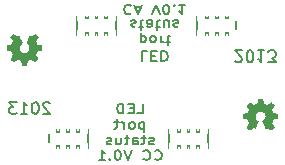
<source format=gbo>
G04 (created by PCBNEW (2013-07-03 BZR 4236)-testing) date Thu 04 Jul 2013 10:30:45 AM CEST*
%MOIN*%
G04 Gerber Fmt 3.4, Leading zero omitted, Abs format*
%FSLAX34Y34*%
G01*
G70*
G90*
G04 APERTURE LIST*
%ADD10C,0.005906*%
%ADD11C,0.007874*%
%ADD12C,0.000100*%
%ADD13R,0.025591X0.039370*%
%ADD14R,0.019685X0.039370*%
%ADD15R,0.064961X0.064961*%
%ADD16C,0.064961*%
%ADD17C,0.019685*%
%ADD18C,0.010000*%
G04 APERTURE END LIST*
G54D10*
G54D11*
X39075Y-32438D02*
X39093Y-32456D01*
X39131Y-32475D01*
X39225Y-32475D01*
X39262Y-32456D01*
X39281Y-32438D01*
X39300Y-32400D01*
X39300Y-32363D01*
X39281Y-32306D01*
X39056Y-32081D01*
X39300Y-32081D01*
X39543Y-32475D02*
X39581Y-32475D01*
X39618Y-32456D01*
X39637Y-32438D01*
X39656Y-32400D01*
X39675Y-32325D01*
X39675Y-32231D01*
X39656Y-32156D01*
X39637Y-32119D01*
X39618Y-32100D01*
X39581Y-32081D01*
X39543Y-32081D01*
X39506Y-32100D01*
X39487Y-32119D01*
X39468Y-32156D01*
X39450Y-32231D01*
X39450Y-32325D01*
X39468Y-32400D01*
X39487Y-32438D01*
X39506Y-32456D01*
X39543Y-32475D01*
X40049Y-32081D02*
X39824Y-32081D01*
X39937Y-32081D02*
X39937Y-32475D01*
X39899Y-32419D01*
X39862Y-32381D01*
X39824Y-32363D01*
X40181Y-32475D02*
X40424Y-32475D01*
X40293Y-32325D01*
X40349Y-32325D01*
X40387Y-32306D01*
X40406Y-32288D01*
X40424Y-32250D01*
X40424Y-32156D01*
X40406Y-32119D01*
X40387Y-32100D01*
X40349Y-32081D01*
X40237Y-32081D01*
X40199Y-32100D01*
X40181Y-32119D01*
X36149Y-32117D02*
X35971Y-32117D01*
X35971Y-32432D01*
X36274Y-32282D02*
X36398Y-32282D01*
X36452Y-32117D02*
X36274Y-32117D01*
X36274Y-32432D01*
X36452Y-32432D01*
X36612Y-32117D02*
X36612Y-32432D01*
X36701Y-32432D01*
X36755Y-32417D01*
X36790Y-32387D01*
X36808Y-32357D01*
X36826Y-32297D01*
X36826Y-32252D01*
X36808Y-32192D01*
X36790Y-32162D01*
X36755Y-32132D01*
X36701Y-32117D01*
X36612Y-32117D01*
X35918Y-31807D02*
X35918Y-31492D01*
X35918Y-31792D02*
X35953Y-31807D01*
X36024Y-31807D01*
X36060Y-31792D01*
X36078Y-31777D01*
X36096Y-31747D01*
X36096Y-31657D01*
X36078Y-31627D01*
X36060Y-31612D01*
X36024Y-31597D01*
X35953Y-31597D01*
X35918Y-31612D01*
X36309Y-31597D02*
X36274Y-31612D01*
X36256Y-31627D01*
X36238Y-31657D01*
X36238Y-31747D01*
X36256Y-31777D01*
X36274Y-31792D01*
X36309Y-31807D01*
X36363Y-31807D01*
X36398Y-31792D01*
X36416Y-31777D01*
X36434Y-31747D01*
X36434Y-31657D01*
X36416Y-31627D01*
X36398Y-31612D01*
X36363Y-31597D01*
X36309Y-31597D01*
X36594Y-31597D02*
X36594Y-31807D01*
X36594Y-31747D02*
X36612Y-31777D01*
X36630Y-31792D01*
X36666Y-31807D01*
X36701Y-31807D01*
X36772Y-31807D02*
X36915Y-31807D01*
X36826Y-31912D02*
X36826Y-31642D01*
X36844Y-31612D01*
X36879Y-31597D01*
X36915Y-31597D01*
X35606Y-31093D02*
X35641Y-31078D01*
X35713Y-31078D01*
X35748Y-31093D01*
X35766Y-31123D01*
X35766Y-31138D01*
X35748Y-31168D01*
X35713Y-31183D01*
X35659Y-31183D01*
X35624Y-31198D01*
X35606Y-31228D01*
X35606Y-31243D01*
X35624Y-31273D01*
X35659Y-31288D01*
X35713Y-31288D01*
X35748Y-31273D01*
X35873Y-31288D02*
X36015Y-31288D01*
X35926Y-31393D02*
X35926Y-31123D01*
X35944Y-31093D01*
X35980Y-31078D01*
X36015Y-31078D01*
X36300Y-31078D02*
X36300Y-31243D01*
X36283Y-31273D01*
X36247Y-31288D01*
X36176Y-31288D01*
X36140Y-31273D01*
X36300Y-31093D02*
X36265Y-31078D01*
X36176Y-31078D01*
X36140Y-31093D01*
X36122Y-31123D01*
X36122Y-31153D01*
X36140Y-31183D01*
X36176Y-31198D01*
X36265Y-31198D01*
X36300Y-31213D01*
X36425Y-31288D02*
X36568Y-31288D01*
X36479Y-31393D02*
X36479Y-31123D01*
X36496Y-31093D01*
X36532Y-31078D01*
X36568Y-31078D01*
X36853Y-31288D02*
X36853Y-31078D01*
X36692Y-31288D02*
X36692Y-31123D01*
X36710Y-31093D01*
X36746Y-31078D01*
X36799Y-31078D01*
X36835Y-31093D01*
X36853Y-31108D01*
X37013Y-31093D02*
X37048Y-31078D01*
X37120Y-31078D01*
X37155Y-31093D01*
X37173Y-31123D01*
X37173Y-31138D01*
X37155Y-31168D01*
X37120Y-31183D01*
X37066Y-31183D01*
X37031Y-31198D01*
X37013Y-31228D01*
X37013Y-31243D01*
X37031Y-31273D01*
X37066Y-31288D01*
X37120Y-31288D01*
X37155Y-31273D01*
X35597Y-30588D02*
X35579Y-30573D01*
X35526Y-30558D01*
X35490Y-30558D01*
X35437Y-30573D01*
X35401Y-30603D01*
X35383Y-30633D01*
X35365Y-30693D01*
X35365Y-30738D01*
X35383Y-30798D01*
X35401Y-30828D01*
X35437Y-30858D01*
X35490Y-30873D01*
X35526Y-30873D01*
X35579Y-30858D01*
X35597Y-30843D01*
X35739Y-30648D02*
X35918Y-30648D01*
X35704Y-30558D02*
X35828Y-30873D01*
X35953Y-30558D01*
X36309Y-30873D02*
X36434Y-30558D01*
X36559Y-30873D01*
X36755Y-30873D02*
X36790Y-30873D01*
X36826Y-30858D01*
X36844Y-30843D01*
X36861Y-30813D01*
X36879Y-30753D01*
X36879Y-30678D01*
X36861Y-30618D01*
X36844Y-30588D01*
X36826Y-30573D01*
X36790Y-30558D01*
X36755Y-30558D01*
X36719Y-30573D01*
X36701Y-30588D01*
X36683Y-30618D01*
X36666Y-30678D01*
X36666Y-30753D01*
X36683Y-30813D01*
X36701Y-30843D01*
X36719Y-30858D01*
X36755Y-30873D01*
X37040Y-30588D02*
X37057Y-30573D01*
X37040Y-30558D01*
X37022Y-30573D01*
X37040Y-30588D01*
X37040Y-30558D01*
X37414Y-30558D02*
X37200Y-30558D01*
X37307Y-30558D02*
X37307Y-30873D01*
X37271Y-30828D01*
X37235Y-30798D01*
X37200Y-30783D01*
X32894Y-33841D02*
X32876Y-33823D01*
X32838Y-33804D01*
X32744Y-33804D01*
X32707Y-33823D01*
X32688Y-33841D01*
X32669Y-33879D01*
X32669Y-33916D01*
X32688Y-33973D01*
X32913Y-34198D01*
X32669Y-34198D01*
X32426Y-33804D02*
X32388Y-33804D01*
X32351Y-33823D01*
X32332Y-33841D01*
X32313Y-33879D01*
X32294Y-33954D01*
X32294Y-34048D01*
X32313Y-34123D01*
X32332Y-34160D01*
X32351Y-34179D01*
X32388Y-34198D01*
X32426Y-34198D01*
X32463Y-34179D01*
X32482Y-34160D01*
X32501Y-34123D01*
X32519Y-34048D01*
X32519Y-33954D01*
X32501Y-33879D01*
X32482Y-33841D01*
X32463Y-33823D01*
X32426Y-33804D01*
X31920Y-34198D02*
X32145Y-34198D01*
X32032Y-34198D02*
X32032Y-33804D01*
X32070Y-33860D01*
X32107Y-33898D01*
X32145Y-33916D01*
X31788Y-33804D02*
X31545Y-33804D01*
X31676Y-33954D01*
X31620Y-33954D01*
X31582Y-33973D01*
X31563Y-33991D01*
X31545Y-34029D01*
X31545Y-34123D01*
X31563Y-34160D01*
X31582Y-34179D01*
X31620Y-34198D01*
X31732Y-34198D01*
X31770Y-34179D01*
X31788Y-34160D01*
X35810Y-34172D02*
X35988Y-34172D01*
X35988Y-33857D01*
X35685Y-34007D02*
X35561Y-34007D01*
X35507Y-34172D02*
X35685Y-34172D01*
X35685Y-33857D01*
X35507Y-33857D01*
X35347Y-34172D02*
X35347Y-33857D01*
X35258Y-33857D01*
X35204Y-33872D01*
X35169Y-33902D01*
X35151Y-33932D01*
X35133Y-33992D01*
X35133Y-34037D01*
X35151Y-34097D01*
X35169Y-34127D01*
X35204Y-34157D01*
X35258Y-34172D01*
X35347Y-34172D01*
X36041Y-34482D02*
X36041Y-34797D01*
X36041Y-34497D02*
X36006Y-34482D01*
X35935Y-34482D01*
X35899Y-34497D01*
X35881Y-34512D01*
X35863Y-34542D01*
X35863Y-34632D01*
X35881Y-34662D01*
X35899Y-34677D01*
X35935Y-34692D01*
X36006Y-34692D01*
X36041Y-34677D01*
X35650Y-34692D02*
X35685Y-34677D01*
X35703Y-34662D01*
X35721Y-34632D01*
X35721Y-34542D01*
X35703Y-34512D01*
X35685Y-34497D01*
X35650Y-34482D01*
X35596Y-34482D01*
X35561Y-34497D01*
X35543Y-34512D01*
X35525Y-34542D01*
X35525Y-34632D01*
X35543Y-34662D01*
X35561Y-34677D01*
X35596Y-34692D01*
X35650Y-34692D01*
X35365Y-34692D02*
X35365Y-34482D01*
X35365Y-34542D02*
X35347Y-34512D01*
X35329Y-34497D01*
X35293Y-34482D01*
X35258Y-34482D01*
X35187Y-34482D02*
X35044Y-34482D01*
X35133Y-34377D02*
X35133Y-34647D01*
X35115Y-34677D01*
X35080Y-34692D01*
X35044Y-34692D01*
X36353Y-35196D02*
X36318Y-35211D01*
X36246Y-35211D01*
X36211Y-35196D01*
X36193Y-35166D01*
X36193Y-35151D01*
X36211Y-35121D01*
X36246Y-35106D01*
X36300Y-35106D01*
X36335Y-35091D01*
X36353Y-35061D01*
X36353Y-35046D01*
X36335Y-35016D01*
X36300Y-35001D01*
X36246Y-35001D01*
X36211Y-35016D01*
X36086Y-35001D02*
X35944Y-35001D01*
X36033Y-34896D02*
X36033Y-35166D01*
X36015Y-35196D01*
X35979Y-35211D01*
X35944Y-35211D01*
X35659Y-35211D02*
X35659Y-35046D01*
X35676Y-35016D01*
X35712Y-35001D01*
X35783Y-35001D01*
X35819Y-35016D01*
X35659Y-35196D02*
X35694Y-35211D01*
X35783Y-35211D01*
X35819Y-35196D01*
X35837Y-35166D01*
X35837Y-35136D01*
X35819Y-35106D01*
X35783Y-35091D01*
X35694Y-35091D01*
X35659Y-35076D01*
X35534Y-35001D02*
X35391Y-35001D01*
X35480Y-34896D02*
X35480Y-35166D01*
X35463Y-35196D01*
X35427Y-35211D01*
X35391Y-35211D01*
X35106Y-35001D02*
X35106Y-35211D01*
X35267Y-35001D02*
X35267Y-35166D01*
X35249Y-35196D01*
X35213Y-35211D01*
X35160Y-35211D01*
X35124Y-35196D01*
X35106Y-35181D01*
X34946Y-35196D02*
X34911Y-35211D01*
X34839Y-35211D01*
X34804Y-35196D01*
X34786Y-35166D01*
X34786Y-35151D01*
X34804Y-35121D01*
X34839Y-35106D01*
X34893Y-35106D01*
X34928Y-35091D01*
X34946Y-35061D01*
X34946Y-35046D01*
X34928Y-35016D01*
X34893Y-35001D01*
X34839Y-35001D01*
X34804Y-35016D01*
X36389Y-35701D02*
X36407Y-35716D01*
X36460Y-35731D01*
X36496Y-35731D01*
X36549Y-35716D01*
X36585Y-35686D01*
X36602Y-35656D01*
X36620Y-35596D01*
X36620Y-35551D01*
X36602Y-35491D01*
X36585Y-35461D01*
X36549Y-35431D01*
X36496Y-35416D01*
X36460Y-35416D01*
X36407Y-35431D01*
X36389Y-35446D01*
X36015Y-35701D02*
X36033Y-35716D01*
X36086Y-35731D01*
X36122Y-35731D01*
X36175Y-35716D01*
X36211Y-35686D01*
X36228Y-35656D01*
X36246Y-35596D01*
X36246Y-35551D01*
X36228Y-35491D01*
X36211Y-35461D01*
X36175Y-35431D01*
X36122Y-35416D01*
X36086Y-35416D01*
X36033Y-35431D01*
X36015Y-35446D01*
X35623Y-35416D02*
X35498Y-35731D01*
X35374Y-35416D01*
X35178Y-35416D02*
X35142Y-35416D01*
X35106Y-35431D01*
X35089Y-35446D01*
X35071Y-35476D01*
X35053Y-35536D01*
X35053Y-35611D01*
X35071Y-35671D01*
X35089Y-35701D01*
X35106Y-35716D01*
X35142Y-35731D01*
X35178Y-35731D01*
X35213Y-35716D01*
X35231Y-35701D01*
X35249Y-35671D01*
X35267Y-35611D01*
X35267Y-35536D01*
X35249Y-35476D01*
X35231Y-35446D01*
X35213Y-35431D01*
X35178Y-35416D01*
X34893Y-35701D02*
X34875Y-35716D01*
X34893Y-35731D01*
X34911Y-35716D01*
X34893Y-35701D01*
X34893Y-35731D01*
X34519Y-35731D02*
X34732Y-35731D01*
X34626Y-35731D02*
X34626Y-35416D01*
X34661Y-35461D01*
X34697Y-35491D01*
X34732Y-35506D01*
G54D10*
X38859Y-30939D02*
X39115Y-30939D01*
X38525Y-30939D02*
X38721Y-30939D01*
X38210Y-30939D02*
X38407Y-30939D01*
X37816Y-30939D02*
X38072Y-30939D01*
X38859Y-31569D02*
X39115Y-31569D01*
X38525Y-31569D02*
X38721Y-31569D01*
X38210Y-31569D02*
X38407Y-31569D01*
X37816Y-31569D02*
X38072Y-31569D01*
X38721Y-30939D02*
X38721Y-31018D01*
X38721Y-31018D02*
X38859Y-31018D01*
X38859Y-31018D02*
X38859Y-30939D01*
X38407Y-30939D02*
X38407Y-31018D01*
X38407Y-31018D02*
X38525Y-31018D01*
X38525Y-31018D02*
X38525Y-30939D01*
X38072Y-30939D02*
X38072Y-31018D01*
X38072Y-31018D02*
X38210Y-31018D01*
X38210Y-31018D02*
X38210Y-30939D01*
X38721Y-31569D02*
X38721Y-31490D01*
X38721Y-31490D02*
X38859Y-31490D01*
X38859Y-31490D02*
X38859Y-31569D01*
X38407Y-31569D02*
X38407Y-31490D01*
X38407Y-31490D02*
X38525Y-31490D01*
X38525Y-31490D02*
X38525Y-31569D01*
X38072Y-31569D02*
X38072Y-31490D01*
X38072Y-31490D02*
X38210Y-31490D01*
X38210Y-31490D02*
X38210Y-31569D01*
X39115Y-31569D02*
X39115Y-30939D01*
X37816Y-30939D02*
X37816Y-31569D01*
X34844Y-30939D02*
X35099Y-30939D01*
X34509Y-30939D02*
X34706Y-30939D01*
X34194Y-30939D02*
X34391Y-30939D01*
X33800Y-30939D02*
X34056Y-30939D01*
X34844Y-31569D02*
X35099Y-31569D01*
X34509Y-31569D02*
X34706Y-31569D01*
X34194Y-31569D02*
X34391Y-31569D01*
X33800Y-31569D02*
X34056Y-31569D01*
X34706Y-30939D02*
X34706Y-31018D01*
X34706Y-31018D02*
X34844Y-31018D01*
X34844Y-31018D02*
X34844Y-30939D01*
X34391Y-30939D02*
X34391Y-31018D01*
X34391Y-31018D02*
X34509Y-31018D01*
X34509Y-31018D02*
X34509Y-30939D01*
X34056Y-30939D02*
X34056Y-31018D01*
X34056Y-31018D02*
X34194Y-31018D01*
X34194Y-31018D02*
X34194Y-30939D01*
X34706Y-31569D02*
X34706Y-31490D01*
X34706Y-31490D02*
X34844Y-31490D01*
X34844Y-31490D02*
X34844Y-31569D01*
X34391Y-31569D02*
X34391Y-31490D01*
X34391Y-31490D02*
X34509Y-31490D01*
X34509Y-31490D02*
X34509Y-31569D01*
X34056Y-31569D02*
X34056Y-31490D01*
X34056Y-31490D02*
X34194Y-31490D01*
X34194Y-31490D02*
X34194Y-31569D01*
X35099Y-31569D02*
X35099Y-30939D01*
X33800Y-30939D02*
X33800Y-31569D01*
G54D12*
G36*
X32408Y-31530D02*
X32401Y-31533D01*
X32388Y-31542D01*
X32368Y-31555D01*
X32345Y-31570D01*
X32321Y-31586D01*
X32302Y-31599D01*
X32288Y-31608D01*
X32283Y-31611D01*
X32280Y-31610D01*
X32269Y-31604D01*
X32253Y-31596D01*
X32243Y-31591D01*
X32228Y-31585D01*
X32221Y-31583D01*
X32220Y-31585D01*
X32214Y-31597D01*
X32206Y-31616D01*
X32195Y-31642D01*
X32182Y-31672D01*
X32168Y-31704D01*
X32155Y-31737D01*
X32142Y-31768D01*
X32130Y-31797D01*
X32121Y-31820D01*
X32115Y-31836D01*
X32112Y-31843D01*
X32113Y-31844D01*
X32120Y-31851D01*
X32133Y-31861D01*
X32161Y-31884D01*
X32189Y-31918D01*
X32206Y-31957D01*
X32211Y-32001D01*
X32207Y-32041D01*
X32191Y-32079D01*
X32164Y-32114D01*
X32131Y-32140D01*
X32093Y-32156D01*
X32050Y-32161D01*
X32009Y-32157D01*
X31970Y-32141D01*
X31935Y-32115D01*
X31920Y-32098D01*
X31900Y-32062D01*
X31888Y-32025D01*
X31887Y-32016D01*
X31889Y-31974D01*
X31901Y-31934D01*
X31923Y-31899D01*
X31953Y-31870D01*
X31957Y-31867D01*
X31971Y-31856D01*
X31981Y-31849D01*
X31988Y-31843D01*
X31935Y-31716D01*
X31927Y-31696D01*
X31912Y-31661D01*
X31900Y-31631D01*
X31889Y-31607D01*
X31882Y-31591D01*
X31879Y-31585D01*
X31879Y-31585D01*
X31874Y-31584D01*
X31865Y-31587D01*
X31847Y-31596D01*
X31835Y-31602D01*
X31822Y-31608D01*
X31816Y-31611D01*
X31810Y-31608D01*
X31797Y-31600D01*
X31779Y-31587D01*
X31756Y-31572D01*
X31734Y-31557D01*
X31714Y-31544D01*
X31700Y-31534D01*
X31693Y-31531D01*
X31692Y-31531D01*
X31685Y-31534D01*
X31674Y-31544D01*
X31657Y-31560D01*
X31632Y-31584D01*
X31628Y-31588D01*
X31608Y-31608D01*
X31592Y-31626D01*
X31581Y-31638D01*
X31577Y-31643D01*
X31577Y-31643D01*
X31581Y-31650D01*
X31590Y-31665D01*
X31603Y-31685D01*
X31619Y-31709D01*
X31661Y-31770D01*
X31638Y-31827D01*
X31631Y-31845D01*
X31622Y-31867D01*
X31615Y-31882D01*
X31612Y-31889D01*
X31605Y-31891D01*
X31590Y-31895D01*
X31567Y-31899D01*
X31539Y-31904D01*
X31513Y-31909D01*
X31490Y-31914D01*
X31473Y-31917D01*
X31465Y-31918D01*
X31463Y-31920D01*
X31462Y-31923D01*
X31461Y-31931D01*
X31460Y-31946D01*
X31460Y-31968D01*
X31460Y-32001D01*
X31460Y-32004D01*
X31460Y-32035D01*
X31461Y-32060D01*
X31462Y-32075D01*
X31463Y-32082D01*
X31463Y-32082D01*
X31470Y-32084D01*
X31487Y-32087D01*
X31510Y-32092D01*
X31538Y-32097D01*
X31540Y-32097D01*
X31568Y-32103D01*
X31591Y-32108D01*
X31608Y-32111D01*
X31615Y-32114D01*
X31616Y-32116D01*
X31622Y-32127D01*
X31630Y-32144D01*
X31639Y-32165D01*
X31648Y-32187D01*
X31656Y-32207D01*
X31661Y-32221D01*
X31663Y-32228D01*
X31663Y-32228D01*
X31659Y-32235D01*
X31649Y-32249D01*
X31635Y-32269D01*
X31619Y-32293D01*
X31618Y-32295D01*
X31602Y-32319D01*
X31589Y-32339D01*
X31580Y-32353D01*
X31577Y-32359D01*
X31577Y-32360D01*
X31582Y-32367D01*
X31594Y-32380D01*
X31612Y-32398D01*
X31632Y-32419D01*
X31639Y-32425D01*
X31662Y-32448D01*
X31678Y-32462D01*
X31688Y-32470D01*
X31692Y-32472D01*
X31693Y-32472D01*
X31700Y-32468D01*
X31715Y-32458D01*
X31735Y-32444D01*
X31759Y-32428D01*
X31760Y-32427D01*
X31784Y-32411D01*
X31804Y-32397D01*
X31818Y-32388D01*
X31824Y-32385D01*
X31825Y-32385D01*
X31834Y-32387D01*
X31851Y-32393D01*
X31872Y-32401D01*
X31894Y-32410D01*
X31914Y-32418D01*
X31928Y-32425D01*
X31935Y-32429D01*
X31936Y-32429D01*
X31938Y-32438D01*
X31942Y-32456D01*
X31947Y-32480D01*
X31953Y-32509D01*
X31954Y-32513D01*
X31959Y-32542D01*
X31963Y-32565D01*
X31967Y-32581D01*
X31968Y-32588D01*
X31972Y-32588D01*
X31986Y-32589D01*
X32007Y-32590D01*
X32033Y-32590D01*
X32059Y-32590D01*
X32085Y-32590D01*
X32107Y-32589D01*
X32123Y-32588D01*
X32130Y-32586D01*
X32130Y-32586D01*
X32132Y-32577D01*
X32136Y-32560D01*
X32141Y-32535D01*
X32147Y-32506D01*
X32148Y-32501D01*
X32153Y-32473D01*
X32158Y-32450D01*
X32161Y-32434D01*
X32163Y-32428D01*
X32165Y-32427D01*
X32177Y-32421D01*
X32196Y-32414D01*
X32219Y-32404D01*
X32273Y-32382D01*
X32339Y-32428D01*
X32345Y-32432D01*
X32369Y-32448D01*
X32389Y-32461D01*
X32403Y-32470D01*
X32408Y-32473D01*
X32409Y-32473D01*
X32415Y-32467D01*
X32428Y-32455D01*
X32446Y-32437D01*
X32467Y-32417D01*
X32483Y-32401D01*
X32501Y-32383D01*
X32512Y-32370D01*
X32519Y-32362D01*
X32521Y-32357D01*
X32520Y-32354D01*
X32516Y-32347D01*
X32506Y-32333D01*
X32493Y-32312D01*
X32477Y-32289D01*
X32463Y-32269D01*
X32449Y-32247D01*
X32440Y-32231D01*
X32436Y-32224D01*
X32437Y-32220D01*
X32442Y-32207D01*
X32450Y-32188D01*
X32460Y-32164D01*
X32483Y-32112D01*
X32517Y-32105D01*
X32538Y-32101D01*
X32567Y-32096D01*
X32595Y-32090D01*
X32639Y-32082D01*
X32640Y-31923D01*
X32633Y-31920D01*
X32627Y-31918D01*
X32611Y-31914D01*
X32588Y-31910D01*
X32561Y-31905D01*
X32537Y-31900D01*
X32514Y-31896D01*
X32497Y-31893D01*
X32490Y-31891D01*
X32488Y-31889D01*
X32482Y-31877D01*
X32474Y-31859D01*
X32465Y-31838D01*
X32455Y-31815D01*
X32447Y-31795D01*
X32441Y-31779D01*
X32439Y-31771D01*
X32442Y-31765D01*
X32451Y-31751D01*
X32464Y-31731D01*
X32480Y-31708D01*
X32496Y-31685D01*
X32509Y-31665D01*
X32519Y-31651D01*
X32522Y-31644D01*
X32520Y-31640D01*
X32511Y-31629D01*
X32494Y-31611D01*
X32468Y-31585D01*
X32463Y-31581D01*
X32443Y-31561D01*
X32425Y-31545D01*
X32413Y-31534D01*
X32408Y-31530D01*
X32408Y-31530D01*
G37*
G54D10*
X33110Y-35340D02*
X32854Y-35340D01*
X33444Y-35340D02*
X33248Y-35340D01*
X33759Y-35340D02*
X33562Y-35340D01*
X34153Y-35340D02*
X33897Y-35340D01*
X33110Y-34710D02*
X32854Y-34710D01*
X33444Y-34710D02*
X33248Y-34710D01*
X33759Y-34710D02*
X33562Y-34710D01*
X34153Y-34710D02*
X33897Y-34710D01*
X33248Y-35340D02*
X33248Y-35261D01*
X33248Y-35261D02*
X33110Y-35261D01*
X33110Y-35261D02*
X33110Y-35340D01*
X33562Y-35340D02*
X33562Y-35261D01*
X33562Y-35261D02*
X33444Y-35261D01*
X33444Y-35261D02*
X33444Y-35340D01*
X33897Y-35340D02*
X33897Y-35261D01*
X33897Y-35261D02*
X33759Y-35261D01*
X33759Y-35261D02*
X33759Y-35340D01*
X33248Y-34710D02*
X33248Y-34789D01*
X33248Y-34789D02*
X33110Y-34789D01*
X33110Y-34789D02*
X33110Y-34710D01*
X33562Y-34710D02*
X33562Y-34789D01*
X33562Y-34789D02*
X33444Y-34789D01*
X33444Y-34789D02*
X33444Y-34710D01*
X33897Y-34710D02*
X33897Y-34789D01*
X33897Y-34789D02*
X33759Y-34789D01*
X33759Y-34789D02*
X33759Y-34710D01*
X32854Y-34710D02*
X32854Y-35340D01*
X34153Y-35340D02*
X34153Y-34710D01*
X37125Y-35340D02*
X36870Y-35340D01*
X37460Y-35340D02*
X37263Y-35340D01*
X37775Y-35340D02*
X37578Y-35340D01*
X38169Y-35340D02*
X37913Y-35340D01*
X37125Y-34710D02*
X36870Y-34710D01*
X37460Y-34710D02*
X37263Y-34710D01*
X37775Y-34710D02*
X37578Y-34710D01*
X38169Y-34710D02*
X37913Y-34710D01*
X37263Y-35340D02*
X37263Y-35261D01*
X37263Y-35261D02*
X37125Y-35261D01*
X37125Y-35261D02*
X37125Y-35340D01*
X37578Y-35340D02*
X37578Y-35261D01*
X37578Y-35261D02*
X37460Y-35261D01*
X37460Y-35261D02*
X37460Y-35340D01*
X37913Y-35340D02*
X37913Y-35261D01*
X37913Y-35261D02*
X37775Y-35261D01*
X37775Y-35261D02*
X37775Y-35340D01*
X37263Y-34710D02*
X37263Y-34789D01*
X37263Y-34789D02*
X37125Y-34789D01*
X37125Y-34789D02*
X37125Y-34710D01*
X37578Y-34710D02*
X37578Y-34789D01*
X37578Y-34789D02*
X37460Y-34789D01*
X37460Y-34789D02*
X37460Y-34710D01*
X37913Y-34710D02*
X37913Y-34789D01*
X37913Y-34789D02*
X37775Y-34789D01*
X37775Y-34789D02*
X37775Y-34710D01*
X36870Y-34710D02*
X36870Y-35340D01*
X38169Y-35340D02*
X38169Y-34710D01*
G54D12*
G36*
X39562Y-34750D02*
X39569Y-34747D01*
X39582Y-34738D01*
X39602Y-34725D01*
X39625Y-34710D01*
X39649Y-34694D01*
X39668Y-34681D01*
X39682Y-34672D01*
X39687Y-34669D01*
X39690Y-34670D01*
X39701Y-34676D01*
X39717Y-34684D01*
X39727Y-34689D01*
X39742Y-34695D01*
X39749Y-34697D01*
X39750Y-34695D01*
X39756Y-34683D01*
X39764Y-34664D01*
X39775Y-34638D01*
X39788Y-34608D01*
X39802Y-34576D01*
X39815Y-34543D01*
X39828Y-34512D01*
X39840Y-34483D01*
X39849Y-34460D01*
X39855Y-34444D01*
X39858Y-34437D01*
X39857Y-34436D01*
X39850Y-34429D01*
X39837Y-34419D01*
X39809Y-34396D01*
X39781Y-34362D01*
X39764Y-34323D01*
X39759Y-34279D01*
X39763Y-34239D01*
X39779Y-34201D01*
X39806Y-34166D01*
X39839Y-34140D01*
X39877Y-34124D01*
X39920Y-34119D01*
X39961Y-34123D01*
X40000Y-34139D01*
X40035Y-34165D01*
X40050Y-34182D01*
X40070Y-34218D01*
X40082Y-34255D01*
X40083Y-34264D01*
X40081Y-34306D01*
X40069Y-34346D01*
X40047Y-34381D01*
X40017Y-34410D01*
X40013Y-34413D01*
X39999Y-34424D01*
X39989Y-34431D01*
X39982Y-34437D01*
X40035Y-34564D01*
X40043Y-34584D01*
X40058Y-34619D01*
X40070Y-34649D01*
X40081Y-34673D01*
X40088Y-34689D01*
X40091Y-34695D01*
X40091Y-34695D01*
X40096Y-34696D01*
X40105Y-34693D01*
X40123Y-34684D01*
X40135Y-34678D01*
X40148Y-34672D01*
X40154Y-34669D01*
X40160Y-34672D01*
X40173Y-34680D01*
X40191Y-34693D01*
X40214Y-34708D01*
X40236Y-34723D01*
X40256Y-34736D01*
X40270Y-34746D01*
X40277Y-34749D01*
X40278Y-34749D01*
X40285Y-34746D01*
X40296Y-34736D01*
X40313Y-34720D01*
X40338Y-34696D01*
X40342Y-34692D01*
X40362Y-34672D01*
X40378Y-34654D01*
X40389Y-34642D01*
X40393Y-34637D01*
X40393Y-34637D01*
X40389Y-34630D01*
X40380Y-34615D01*
X40367Y-34595D01*
X40351Y-34571D01*
X40309Y-34510D01*
X40332Y-34453D01*
X40339Y-34435D01*
X40348Y-34413D01*
X40355Y-34398D01*
X40358Y-34391D01*
X40365Y-34389D01*
X40380Y-34385D01*
X40403Y-34381D01*
X40431Y-34376D01*
X40457Y-34371D01*
X40480Y-34366D01*
X40497Y-34363D01*
X40505Y-34362D01*
X40507Y-34360D01*
X40508Y-34357D01*
X40509Y-34349D01*
X40510Y-34334D01*
X40510Y-34312D01*
X40510Y-34279D01*
X40510Y-34276D01*
X40510Y-34245D01*
X40509Y-34220D01*
X40508Y-34205D01*
X40507Y-34198D01*
X40507Y-34198D01*
X40500Y-34196D01*
X40483Y-34193D01*
X40460Y-34188D01*
X40432Y-34183D01*
X40430Y-34183D01*
X40402Y-34177D01*
X40379Y-34172D01*
X40362Y-34169D01*
X40355Y-34166D01*
X40354Y-34164D01*
X40348Y-34153D01*
X40340Y-34136D01*
X40331Y-34115D01*
X40322Y-34093D01*
X40314Y-34073D01*
X40309Y-34059D01*
X40307Y-34052D01*
X40307Y-34052D01*
X40311Y-34045D01*
X40321Y-34031D01*
X40335Y-34011D01*
X40351Y-33987D01*
X40352Y-33985D01*
X40368Y-33961D01*
X40381Y-33941D01*
X40390Y-33927D01*
X40393Y-33921D01*
X40393Y-33920D01*
X40388Y-33913D01*
X40376Y-33900D01*
X40358Y-33882D01*
X40338Y-33861D01*
X40331Y-33855D01*
X40308Y-33832D01*
X40292Y-33818D01*
X40282Y-33810D01*
X40278Y-33808D01*
X40277Y-33808D01*
X40270Y-33812D01*
X40255Y-33822D01*
X40235Y-33836D01*
X40211Y-33852D01*
X40210Y-33853D01*
X40186Y-33869D01*
X40166Y-33883D01*
X40152Y-33892D01*
X40146Y-33895D01*
X40145Y-33895D01*
X40136Y-33893D01*
X40119Y-33887D01*
X40098Y-33879D01*
X40076Y-33870D01*
X40056Y-33862D01*
X40042Y-33855D01*
X40035Y-33851D01*
X40034Y-33851D01*
X40032Y-33842D01*
X40028Y-33824D01*
X40023Y-33800D01*
X40017Y-33771D01*
X40016Y-33767D01*
X40011Y-33738D01*
X40007Y-33715D01*
X40003Y-33699D01*
X40002Y-33692D01*
X39998Y-33692D01*
X39984Y-33691D01*
X39963Y-33690D01*
X39937Y-33690D01*
X39911Y-33690D01*
X39885Y-33690D01*
X39863Y-33691D01*
X39847Y-33692D01*
X39840Y-33694D01*
X39840Y-33694D01*
X39838Y-33703D01*
X39834Y-33720D01*
X39829Y-33745D01*
X39823Y-33774D01*
X39822Y-33779D01*
X39817Y-33807D01*
X39812Y-33830D01*
X39809Y-33846D01*
X39807Y-33852D01*
X39805Y-33853D01*
X39793Y-33859D01*
X39774Y-33866D01*
X39751Y-33876D01*
X39697Y-33898D01*
X39631Y-33852D01*
X39625Y-33848D01*
X39601Y-33832D01*
X39581Y-33819D01*
X39567Y-33810D01*
X39562Y-33807D01*
X39561Y-33807D01*
X39555Y-33813D01*
X39542Y-33825D01*
X39524Y-33843D01*
X39503Y-33863D01*
X39487Y-33879D01*
X39469Y-33897D01*
X39458Y-33910D01*
X39451Y-33918D01*
X39449Y-33923D01*
X39450Y-33926D01*
X39454Y-33933D01*
X39464Y-33947D01*
X39477Y-33968D01*
X39493Y-33991D01*
X39507Y-34011D01*
X39521Y-34033D01*
X39530Y-34049D01*
X39534Y-34056D01*
X39533Y-34060D01*
X39528Y-34073D01*
X39520Y-34092D01*
X39510Y-34116D01*
X39487Y-34168D01*
X39453Y-34175D01*
X39432Y-34179D01*
X39403Y-34184D01*
X39375Y-34190D01*
X39331Y-34198D01*
X39330Y-34357D01*
X39337Y-34360D01*
X39343Y-34362D01*
X39359Y-34366D01*
X39382Y-34370D01*
X39409Y-34375D01*
X39433Y-34380D01*
X39456Y-34384D01*
X39473Y-34387D01*
X39480Y-34389D01*
X39482Y-34391D01*
X39488Y-34403D01*
X39496Y-34421D01*
X39505Y-34442D01*
X39515Y-34465D01*
X39523Y-34485D01*
X39529Y-34501D01*
X39531Y-34509D01*
X39528Y-34515D01*
X39519Y-34529D01*
X39506Y-34549D01*
X39490Y-34572D01*
X39474Y-34595D01*
X39461Y-34615D01*
X39451Y-34629D01*
X39448Y-34636D01*
X39450Y-34640D01*
X39459Y-34651D01*
X39476Y-34669D01*
X39502Y-34695D01*
X39507Y-34699D01*
X39527Y-34719D01*
X39545Y-34735D01*
X39557Y-34746D01*
X39562Y-34750D01*
X39562Y-34750D01*
G37*
%LPC*%
G54D13*
X37944Y-31608D03*
G54D14*
X38308Y-31608D03*
X38623Y-31608D03*
G54D13*
X38987Y-31608D03*
X37944Y-30900D03*
G54D14*
X38308Y-30900D03*
X38623Y-30900D03*
G54D13*
X38987Y-30900D03*
X33928Y-31608D03*
G54D14*
X34292Y-31608D03*
X34607Y-31608D03*
G54D13*
X34971Y-31608D03*
X33928Y-30900D03*
G54D14*
X34292Y-30900D03*
X34607Y-30900D03*
G54D13*
X34971Y-30900D03*
G54D15*
X31970Y-29900D03*
G54D16*
X32970Y-29900D03*
X33970Y-29900D03*
X34970Y-29900D03*
X35970Y-29900D03*
X36970Y-29900D03*
X37970Y-29900D03*
X38970Y-29900D03*
X39970Y-29900D03*
G54D13*
X34025Y-34671D03*
G54D14*
X33661Y-34671D03*
X33346Y-34671D03*
G54D13*
X32982Y-34671D03*
X34025Y-35380D03*
G54D14*
X33661Y-35380D03*
X33346Y-35380D03*
G54D13*
X32982Y-35380D03*
X38041Y-34671D03*
G54D14*
X37677Y-34671D03*
X37362Y-34671D03*
G54D13*
X36998Y-34671D03*
X38041Y-35380D03*
G54D14*
X37677Y-35380D03*
X37362Y-35380D03*
G54D13*
X36998Y-35380D03*
G54D15*
X40000Y-36380D03*
G54D16*
X39000Y-36380D03*
X38000Y-36380D03*
X37000Y-36380D03*
X36000Y-36380D03*
X35000Y-36380D03*
X34000Y-36380D03*
X33000Y-36380D03*
X32000Y-36380D03*
G54D17*
X32810Y-32844D03*
X32810Y-33435D03*
X33105Y-32844D03*
X32514Y-32844D03*
X32514Y-33435D03*
X33105Y-33435D03*
X39160Y-32844D03*
X39160Y-33435D03*
X39455Y-32844D03*
X38864Y-32844D03*
X38864Y-33435D03*
X39455Y-33435D03*
G54D10*
G36*
X32360Y-31290D02*
X31580Y-31290D01*
X31580Y-30580D01*
X32360Y-30580D01*
X32360Y-31290D01*
X32360Y-31290D01*
G37*
G54D18*
X32360Y-31290D02*
X31580Y-31290D01*
X31580Y-30580D01*
X32360Y-30580D01*
X32360Y-31290D01*
G54D10*
G36*
X40390Y-35700D02*
X39610Y-35700D01*
X39610Y-34920D01*
X40390Y-34920D01*
X40390Y-35700D01*
X40390Y-35700D01*
G37*
G54D18*
X40390Y-35700D02*
X39610Y-35700D01*
X39610Y-34920D01*
X40390Y-34920D01*
X40390Y-35700D01*
M02*

</source>
